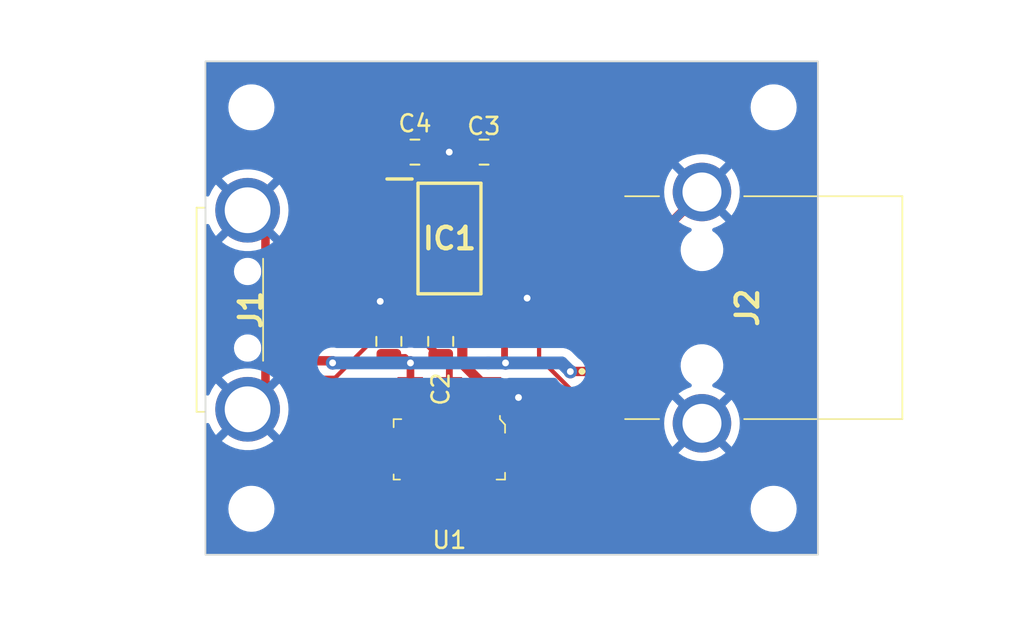
<source format=kicad_pcb>
(kicad_pcb (version 20221018) (generator pcbnew)
  (layers (0 "F.Cu" signal) (31 "B.Cu" signal) (34 "B.Paste" user) (35 "F.Paste" user) (36 "B.SilkS" user "B.Silkscreen") (37 "F.SilkS" user "F.Silkscreen") (38 "B.Mask" user) (39 "F.Mask" user) (44 "Edge.Cuts" user))
  (net 0 "")
  (net 1 "/V5")
  (net 2 "GND")
  (net 3 "/V3")
  (net 4 "/A1")
  (net 5 "/A2")
  (net 6 "/A3")
  (net 7 "/A4")
  (net 8 "/A5")
  (net 9 "/A6")
  (net 10 "/A7")
  (net 11 "/B7")
  (net 12 "/B6")
  (net 13 "/B5")
  (net 14 "/B4")
  (net 15 "/B3")
  (net 16 "/B2")
  (net 17 "/B1")
  (footprint "MountingHole:MountingHole_2.2mm_M2" (layer "F.Cu") (at 167.4 78.7)
    (fp_text reference "H2" hide)
    (fp_text value "MountingHole")
    (pad "" np_thru_hole circle (at 0 0) (size 2.2 2.2) (drill 2.2) (layers "*.Cu" "*.Mask"))
  )
  (footprint "digikey-footprints:SOT-223" (layer "F.Cu") (at 148.336 98.806 180)
    (fp_text reference "U1" (at 0 -5.334) (layer "F.SilkS"))
    (fp_text value "LD1117S33CTR")
    (fp_line (start -3.275 -1.775) (end -3.275 -1.375) (stroke (width 0.1)) (layer "F.SilkS"))
    (fp_line (start -3.275 0.975) (end -3.275 1.45) (stroke (width 0.1)) (layer "F.SilkS"))
    (fp_line (start -3.275 1.45) (end -2.975 1.775) (stroke (width 0.1)) (layer "F.SilkS"))
    (fp_line (start -2.975 1.775) (end -2.975 1.97) (stroke (width 0.1)) (layer "F.SilkS"))
    (fp_line (start -2.775 -1.775) (end -3.275 -1.775) (stroke (width 0.1)) (layer "F.SilkS"))
    (fp_line (start 2.9 -1.775) (end 3.275 -1.775) (stroke (width 0.1)) (layer "F.SilkS"))
    (fp_line (start 3.275 -1.775) (end 3.275 -1.475) (stroke (width 0.1)) (layer "F.SilkS"))
    (fp_line (start 3.275 1.3) (end 3.275 1.775) (stroke (width 0.1)) (layer "F.SilkS"))
    (fp_line (start 3.275 1.775) (end 2.825 1.775) (stroke (width 0.1)) (layer "F.SilkS"))
    (pad "1" smd rect (at -2.3 3.15 180) (size 1.5 2.2) (layers "F.Cu" "F.Paste" "F.Mask") (net 2 "GND"))
    (pad "2" smd rect (at 0 3.15 180) (size 1.5 2.2) (layers "F.Cu" "F.Paste" "F.Mask") (net 3 "/V3"))
    (pad "3" smd rect (at 2.3 3.15 180) (size 1.5 2.2) (layers "F.Cu" "F.Paste" "F.Mask") (net 1 "/V5"))
    (pad "4" smd rect (at 0 -3.15 180) (size 3.8 2.2) (layers "F.Cu" "F.Paste" "F.Mask") (net 3 "/V3"))
  )
  (footprint "Capacitor_SMD:C_0805_2012Metric" (layer "F.Cu") (at 146.312 81.332)
    (fp_text reference "C4" (at 0 -1.68) (layer "F.SilkS"))
    (fp_text value "C" hide)
    (fp_line (start -0.261252 -0.735) (end 0.261252 -0.735) (stroke (width 0.12)) (layer "F.SilkS"))
    (fp_line (start -0.261252 0.735) (end 0.261252 0.735) (stroke (width 0.12)) (layer "F.SilkS"))
    (pad "1" smd roundrect (at -0.95 0) (size 1 1.45) (layers "F.Cu" "F.Paste" "F.Mask") (net 3 "/V3"))
    (pad "2" smd roundrect (at 0.95 0) (size 1 1.45) (layers "F.Cu" "F.Paste" "F.Mask") (net 2 "GND"))
  )
  (footprint "Capacitor_SMD:C_0805_2012Metric" (layer "F.Cu") (at 150.376 81.332 180)
    (fp_text reference "C3" (at 0.014 1.524) (layer "F.SilkS"))
    (fp_text value "C" hide)
    (fp_line (start -0.261252 -0.735) (end 0.261252 -0.735) (stroke (width 0.12)) (layer "F.SilkS"))
    (fp_line (start -0.261252 0.735) (end 0.261252 0.735) (stroke (width 0.12)) (layer "F.SilkS"))
    (pad "1" smd roundrect (at -0.95 0 180) (size 1 1.45) (layers "F.Cu" "F.Paste" "F.Mask") (net 1 "/V5"))
    (pad "2" smd roundrect (at 0.95 0 180) (size 1 1.45) (layers "F.Cu" "F.Paste" "F.Mask") (net 2 "GND"))
  )
  (footprint "MountingHole:MountingHole_2.2mm_M2" (layer "F.Cu") (at 136.7 102.3)
    (fp_text reference "H3" hide)
    (fp_text value "MountingHole")
    (pad "" np_thru_hole circle (at 0 0) (size 2.2 2.2) (drill 2.2) (layers "*.Cu" "*.Mask"))
  )
  (footprint "Capacitor_SMD:C_0805_2012Metric" (layer "F.Cu") (at 147.828 92.456 90)
    (fp_text reference "C2" (at -2.808 0 90) (layer "F.SilkS"))
    (fp_text value "C" hide)
    (fp_line (start -0.261252 -0.735) (end 0.261252 -0.735) (stroke (width 0.12)) (layer "F.SilkS"))
    (fp_line (start -0.261252 0.735) (end 0.261252 0.735) (stroke (width 0.12)) (layer "F.SilkS"))
    (pad "1" smd roundrect (at -0.95 0 90) (size 1 1.45) (layers "F.Cu" "F.Paste" "F.Mask") (net 3 "/V3"))
    (pad "2" smd roundrect (at 0.95 0 90) (size 1 1.45) (layers "F.Cu" "F.Paste" "F.Mask") (net 2 "GND"))
  )
  (footprint "Capacitor_SMD:C_0805_2012Metric" (layer "F.Cu") (at 144.78 92.456 90)
    (fp_text reference "C1" hide)
    (fp_text value "C" hide)
    (fp_line (start -0.261252 -0.735) (end 0.261252 -0.735) (stroke (width 0.12)) (layer "F.SilkS"))
    (fp_line (start -0.261252 0.735) (end 0.261252 0.735) (stroke (width 0.12)) (layer "F.SilkS"))
    (pad "1" smd roundrect (at -0.95 0 90) (size 1 1.45) (layers "F.Cu" "F.Paste" "F.Mask") (net 1 "/V5"))
    (pad "2" smd roundrect (at 0.95 0 90) (size 1 1.45) (layers "F.Cu" "F.Paste" "F.Mask") (net 2 "GND"))
  )
  (footprint "MountingHole:MountingHole_2.2mm_M2" (layer "F.Cu") (at 167.4 102.3)
    (fp_text reference "H4" hide)
    (fp_text value "MountingHole")
    (pad "" np_thru_hole circle (at 0 0) (size 2.2 2.2) (drill 2.2) (layers "*.Cu" "*.Mask"))
  )
  (footprint "mouser:692112030100" (layer "F.Cu") (at 136.652 90.6 -90)
    (fp_text reference "J1" (at 0 0 -90) (layer "F.SilkS") (effects (font (size 1.27 1.27) (thickness 0.254))))
    (fp_text value "USB Plug" hide)
    (fp_line (start -6 2.715) (end -6 3.175) (stroke (width 0.1)) (layer "F.SilkS"))
    (fp_line (start -6 3.175) (end 6 3.175) (stroke (width 0.1)) (layer "F.SilkS"))
    (fp_line (start -3 -0.735) (end 3 -0.735) (stroke (width 0.1)) (layer "F.SilkS"))
    (fp_line (start 6 3.175) (end 6 2.715) (stroke (width 0.1)) (layer "F.SilkS"))
    (pad "" np_thru_hole circle (at -2.25 0.175 270) (size 0.001 0.001) (drill 1.1) (layers "*.Cu" "*.Mask"))
    (pad "" np_thru_hole circle (at 2.25 0.175 270) (size 0.001 0.001) (drill 1.1) (layers "*.Cu" "*.Mask"))
    (pad "1" smd rect (at 3 -2.275 270) (size 0.7 1.8) (layers "F.Cu" "F.Paste" "F.Mask") (net 1 "/V5"))
    (pad "2" smd rect (at 1 -2.275 270) (size 0.7 1.8) (layers "F.Cu" "F.Paste" "F.Mask") (net 6 "/A3"))
    (pad "3" smd rect (at -1 -2.275 270) (size 0.7 1.8) (layers "F.Cu" "F.Paste" "F.Mask") (net 8 "/A5"))
    (pad "4" smd rect (at -3 -2.275 270) (size 0.7 1.8) (layers "F.Cu" "F.Paste" "F.Mask") (net 2 "GND"))
    (pad "5" smd rect (at -4 -2.275 270) (size 0.7 1.8) (layers "F.Cu" "F.Paste" "F.Mask") (net 10 "/A7"))
    (pad "6" smd rect (at -2 -2.275 270) (size 0.7 1.8) (layers "F.Cu" "F.Paste" "F.Mask") (net 9 "/A6"))
    (pad "7" smd rect (at 0 -2.275 270) (size 0.7 1.8) (layers "F.Cu" "F.Paste" "F.Mask") (net 7 "/A4"))
    (pad "8" smd rect (at 2 -2.275 270) (size 0.7 1.8) (layers "F.Cu" "F.Paste" "F.Mask") (net 5 "/A2"))
    (pad "9" smd rect (at 4 -2.275 270) (size 0.7 1.8) (layers "F.Cu" "F.Paste" "F.Mask") (net 4 "/A1"))
    (pad "10" thru_hole circle (at -5.85 0.175 270) (size 3.8 3.8) (drill 2.6926) (layers "*.Cu" "*.Mask") (net 2 "GND"))
    (pad "11" thru_hole circle (at 5.85 0.175 270) (size 3.8 3.8) (drill 2.6926) (layers "*.Cu" "*.Mask") (net 2 "GND"))
  )
  (footprint "MountingHole:MountingHole_2.2mm_M2" (layer "F.Cu") (at 136.7 78.7)
    (fp_text reference "H1" hide)
    (fp_text value "MountingHole")
    (pad "" np_thru_hole circle (at 0 0) (size 2.2 2.2) (drill 2.2) (layers "*.Cu" "*.Mask"))
  )
  (footprint "mouser:692122030100" (layer "F.Cu") (at 163.1865 90.476 90)
    (fp_text reference "J2" (at 0 2.669 90) (layer "F.SilkS") (effects (font (size 1.27 1.27) (thickness 0.254))))
    (fp_text value "USB Recept" hide)
    (fp_line (start -6.55 -4.52) (end -6.55 -2.52) (stroke (width 0.1)) (layer "F.SilkS"))
    (fp_line (start -6.55 2.479) (end -6.55 11.78) (stroke (width 0.1)) (layer "F.SilkS"))
    (fp_line (start -6.55 11.78) (end 6.55 11.78) (stroke (width 0.1)) (layer "F.SilkS"))
    (fp_line (start -3.75 -7.153) (end -3.75 -7.153) (stroke (width 0.2)) (layer "F.SilkS"))
    (fp_line (start -3.75 -6.953) (end -3.75 -6.953) (stroke (width 0.2)) (layer "F.SilkS"))
    (fp_line (start 6.55 -4.52) (end 6.55 -2.52) (stroke (width 0.1)) (layer "F.SilkS"))
    (fp_line (start 6.55 11.78) (end 6.55 2.479) (stroke (width 0.1)) (layer "F.SilkS"))
    (fp_arc (start -3.75 -7.153) (mid -3.65 -7.053) (end -3.75 -6.953) (stroke (width 0.2)) (layer "F.SilkS"))
    (fp_arc (start -3.75 -6.953) (mid -3.85 -7.053) (end -3.75 -7.153) (stroke (width 0.2)) (layer "F.SilkS"))
    (pad "" np_thru_hole circle (at -3.4 0 90) (size 0.001 0.001) (drill 2) (layers "*.Cu" "*.Mask"))
    (pad "" np_thru_hole circle (at 3.4 0 90) (size 0.001 0.001) (drill 2) (layers "*.Cu" "*.Mask"))
    (pad "1" smd rect (at -3.75 -5.22 90) (size 0.9 2.6) (layers "F.Cu" "F.Paste" "F.Mask") (net 1 "/V5"))
    (pad "2" smd rect (at -1.25 -5.22 90) (size 0.9 2.6) (layers "F.Cu" "F.Paste" "F.Mask") (net 15 "/B3"))
    (pad "3" smd rect (at 1.25 -5.22 90) (size 0.9 2.6) (layers "F.Cu" "F.Paste" "F.Mask") (net 13 "/B5"))
    (pad "4" smd rect (at 3.75 -5.22 90) (size 0.9 2.6) (layers "F.Cu" "F.Paste" "F.Mask") (net 2 "GND"))
    (pad "5" smd rect (at 5 -5.445 90) (size 0.9 2.15) (layers "F.Cu" "F.Paste" "F.Mask") (net 11 "/B7"))
    (pad "6" smd rect (at 2.5 -5.445 90) (size 0.9 2.15) (layers "F.Cu" "F.Paste" "F.Mask") (net 12 "/B6"))
    (pad "7" smd rect (at 0 -5.445 90) (size 0.9 2.15) (layers "F.Cu" "F.Paste" "F.Mask") (net 14 "/B4"))
    (pad "8" smd rect (at -2.5 -5.445 90) (size 0.9 2.15) (layers "F.Cu" "F.Paste" "F.Mask") (net 16 "/B2"))
    (pad "9" smd rect (at -5 -5.445 90) (size 0.9 2.15) (layers "F.Cu" "F.Paste" "F.Mask") (net 17 "/B1"))
    (pad "MH1" thru_hole circle (at -6.8 0 90) (size 3.438 3.438) (drill 2.2922) (layers "*.Cu" "*.Mask") (net 2 "GND"))
    (pad "MH2" thru_hole circle (at 6.8 0 90) (size 3.438 3.438) (drill 2.2922) (layers "*.Cu" "*.Mask") (net 2 "GND"))
  )
  (footprint "mouser:SOP65P640X120-20N" (layer "F.Cu") (at 148.344 86.412)
    (fp_text reference "IC1" (at 0 0) (layer "F.SilkS") (effects (font (size 1.27 1.27) (thickness 0.254))))
    (fp_text value "TXS0108EPWR" hide)
    (fp_line (start -3.675 -3.5) (end -2.2 -3.5) (stroke (width 0.2)) (layer "F.SilkS"))
    (fp_line (start -1.85 -3.25) (end 1.85 -3.25) (stroke (width 0.2)) (layer "F.SilkS"))
    (fp_line (start -1.85 3.25) (end -1.85 -3.25) (stroke (width 0.2)) (layer "F.SilkS"))
    (fp_line (start 1.85 -3.25) (end 1.85 3.25) (stroke (width 0.2)) (layer "F.SilkS"))
    (fp_line (start 1.85 3.25) (end -1.85 3.25) (stroke (width 0.2)) (layer "F.SilkS"))
    (pad "1" smd rect (at -2.938 -2.925 90) (size 0.45 1.475) (layers "F.Cu" "F.Paste" "F.Mask") (net 10 "/A7"))
    (pad "2" smd rect (at -2.938 -2.275 90) (size 0.45 1.475) (layers "F.Cu" "F.Paste" "F.Mask") (net 3 "/V3"))
    (pad "3" smd rect (at -2.938 -1.625 90) (size 0.45 1.475) (layers "F.Cu" "F.Paste" "F.Mask") (net 9 "/A6"))
    (pad "4" smd rect (at -2.938 -0.975 90) (size 0.45 1.475) (layers "F.Cu" "F.Paste" "F.Mask") (net 8 "/A5"))
    (pad "5" smd rect (at -2.938 -0.325 90) (size 0.45 1.475) (layers "F.Cu" "F.Paste" "F.Mask") (net 7 "/A4"))
    (pad "6" smd rect (at -2.938 0.325 90) (size 0.45 1.475) (layers "F.Cu" "F.Paste" "F.Mask") (net 6 "/A3"))
    (pad "7" smd rect (at -2.938 0.975 90) (size 0.45 1.475) (layers "F.Cu" "F.Paste" "F.Mask") (net 5 "/A2"))
    (pad "8" smd rect (at -2.938 1.625 90) (size 0.45 1.475) (layers "F.Cu" "F.Paste" "F.Mask") (net 4 "/A1"))
    (pad "9" smd rect (at -2.938 2.275 90) (size 0.45 1.475) (layers "F.Cu" "F.Paste" "F.Mask") (net 2 "GND"))
    (pad "10" smd rect (at -2.938 2.925 90) (size 0.45 1.475) (layers "F.Cu" "F.Paste" "F.Mask") (net 3 "/V3"))
    (pad "11" smd rect (at 2.938 2.925 90) (size 0.45 1.475) (layers "F.Cu" "F.Paste" "F.Mask") (net 2 "GND"))
    (pad "12" smd rect (at 2.938 2.275 90) (size 0.45 1.475) (layers "F.Cu" "F.Paste" "F.Mask") (net 2 "GND"))
    (pad "13" smd rect (at 2.938 1.625 90) (size 0.45 1.475) (layers "F.Cu" "F.Paste" "F.Mask") (net 17 "/B1"))
    (pad "14" smd rect (at 2.938 0.975 90) (size 0.45 1.475) (layers "F.Cu" "F.Paste" "F.Mask") (net 16 "/B2"))
    (pad "15" smd rect (at 2.938 0.325 90) (size 0.45 1.475) (layers "F.Cu" "F.Paste" "F.Mask") (net 15 "/B3"))
    (pad "16" smd rect (at 2.938 -0.325 90) (size 0.45 1.475) (layers "F.Cu" "F.Paste" "F.Mask") (net 14 "/B4"))
    (pad "17" smd rect (at 2.938 -0.975 90) (size 0.45 1.475) (layers "F.Cu" "F.Paste" "F.Mask") (net 13 "/B5"))
    (pad "18" smd rect (at 2.938 -1.625 90) (size 0.45 1.475) (layers "F.Cu" "F.Paste" "F.Mask") (net 12 "/B6"))
    (pad "19" smd rect (at 2.938 -2.275 90) (size 0.45 1.475) (layers "F.Cu" "F.Paste" "F.Mask") (net 1 "/V5"))
    (pad "20" smd rect (at 2.938 -2.925 90) (size 0.45 1.475) (layers "F.Cu" "F.Paste" "F.Mask") (net 11 "/B7"))
  )
  (gr_rect (start 134 76) (end 170 105) (stroke (width 0.1)) (fill none) (layer "Edge.Cuts"))
  (segment (start 150.351 84.137) (end 151.282 84.137) (width 0.4) (layer "F.Cu") (net 1))
  (segment (start 151.58 91.492) (end 150.114 90.026) (width 0.4) (layer "F.Cu") (net 1))
  (segment (start 150.114 82.544) (end 150.114 83.9) (width 0.4) (layer "F.Cu") (net 1))
  (segment (start 145.730002 93.406) (end 146.050002 93.726) (width 0.4) (layer "F.Cu") (net 1))
  (segment (start 146.036 95.656) (end 146.036 94.728) (width 0.25) (layer "F.Cu") (net 1))
  (segment (start 151.58 93.668) (end 151.58 91.492) (width 0.4) (layer "F.Cu") (net 1))
  (segment (start 150.114 84.374) (end 150.351 84.137) (width 0.4) (layer "F.Cu") (net 1))
  (segment (start 146.05 94.714) (end 146.05 93.726) (width 0.45) (layer "F.Cu") (net 1))
  (segment (start 150.114 90.026) (end 150.114 84.374) (width 0.4) (layer "F.Cu") (net 1))
  (segment (start 138.927 93.6) (end 141.352 93.6) (width 0.55) (layer "F.Cu") (net 1))
  (segment (start 151.638 93.726) (end 151.58 93.668) (width 0.25) (layer "F.Cu") (net 1))
  (segment (start 150.114 83.9) (end 150.2195 84.0055) (width 0.4) (layer "F.Cu") (net 1))
  (segment (start 141.352 93.6) (end 141.474054 93.722054) (width 0.25) (layer "F.Cu") (net 1))
  (segment (start 151.326 81.332) (end 150.114 82.544) (width 0.4) (layer "F.Cu") (net 1))
  (segment (start 157.9665 94.226) (end 155.456 94.226) (width 0.55) (layer "F.Cu") (net 1))
  (segment (start 155.456 94.226) (end 155.448 94.234) (width 0.25) (layer "F.Cu") (net 1))
  (segment (start 144.78 93.406) (end 145.730002 93.406) (width 0.4) (layer "F.Cu") (net 1))
  (segment (start 150.2195 84.0055) (end 150.351 84.137) (width 0.25) (layer "F.Cu") (net 1))
  (segment (start 146.036 94.728) (end 146.05 94.714) (width 0.45) (layer "F.Cu") (net 1))
  (via (at 141.474054 93.722054) (size 0.8) (drill 0.4) (layers "F.Cu" "B.Cu") (net 1))
  (via (at 151.638 93.726) (size 0.8) (drill 0.4) (layers "F.Cu" "B.Cu") (net 1))
  (via (at 155.448 94.234) (size 0.8) (drill 0.4) (layers "F.Cu" "B.Cu") (net 1))
  (via (at 146.050002 93.726) (size 0.8) (drill 0.4) (layers "F.Cu" "B.Cu") (net 1))
  (segment (start 151.638 93.726) (end 154.94 93.726) (width 0.75) (layer "B.Cu") (net 1))
  (segment (start 150.622 93.726) (end 151.638 93.726) (width 0.75) (layer "B.Cu") (net 1))
  (segment (start 154.94 93.726) (end 155.448 94.234) (width 0.75) (layer "B.Cu") (net 1))
  (segment (start 141.478 93.726) (end 141.474054 93.722054) (width 0.75) (layer "B.Cu") (net 1))
  (segment (start 150.622 93.726) (end 141.478 93.726) (width 0.75) (layer "B.Cu") (net 1))
  (segment (start 148.336 82.804) (end 148.336 81.338) (width 0.6) (layer "F.Cu") (net 2))
  (segment (start 152.298 95.656) (end 152.4 95.758) (width 0.25) (layer "F.Cu") (net 2))
  (segment (start 148.33 81.332) (end 147.262 81.332) (width 0.25) (layer "F.Cu") (net 2))
  (segment (start 149.098 91.186) (end 149.098 93.768) (width 0.6) (layer "F.Cu") (net 2))
  (segment (start 152.329 89.337) (end 152.908 89.916) (width 0.25) (layer "F.Cu") (net 2))
  (segment (start 137.154 95.81) (end 137.117 95.81) (width 0.25) (layer "F.Cu") (net 2))
  (segment (start 150.636 95.306) (end 150.636 95.656) (width 0.25) (layer "F.Cu") (net 2))
  (segment (start 148.336 81.338) (end 148.33 81.332) (width 0.6) (layer "F.Cu") (net 2))
  (segment (start 144.78 91.506) (end 144.78 90.614548) (width 0.4) (layer "F.Cu") (net 2))
  (segment (start 150.636 95.456) (end 150.636 95.656) (width 0.25) (layer "F.Cu") (net 2))
  (segment (start 149.098 83.566) (end 149.098 91.186) (width 0.6) (layer "F.Cu") (net 2))
  (segment (start 138.927 87.6) (end 137.557 87.6) (width 0.5) (layer "F.Cu") (net 2))
  (segment (start 144.3435 88.95619) (end 144.3435 90.035098) (width 0.25) (layer "F.Cu") (net 2))
  (segment (start 150.636 95.656) (end 152.298 95.656) (width 0.5) (layer "F.Cu") (net 2))
  (segment (start 151.282 89.337) (end 152.329 89.337) (width 0.25) (layer "F.Cu") (net 2))
  (segment (start 137.402 95.525) (end 136.477 96.45) (width 0.25) (layer "F.Cu") (net 2))
  (segment (start 137.117 95.81) (end 136.477 96.45) (width 0.25) (layer "F.Cu") (net 2))
  (segment (start 160.1365 86.726) (end 163.1865 83.676) (width 0.55) (layer "F.Cu") (net 2))
  (segment (start 144.78 90.614548) (end 144.272025 90.106573) (width 0.4) (layer "F.Cu") (net 2))
  (segment (start 144.61269 88.687) (end 144.3435 88.95619) (width 0.25) (layer "F.Cu") (net 2))
  (segment (start 157.9665 86.726) (end 160.1365 86.726) (width 0.55) (layer "F.Cu") (net 2))
  (segment (start 151.282 88.687) (end 151.282 89.337) (width 0.25) (layer "F.Cu") (net 2))
  (segment (start 148.336 82.804) (end 149.098 83.566) (width 0.6) (layer "F.Cu") (net 2))
  (segment (start 145.406 88.687) (end 144.61269 88.687) (width 0.25) (layer "F.Cu") (net 2))
  (segment (start 137.402 95.525) (end 137.527 95.4) (width 0.5) (layer "F.Cu") (net 2))
  (segment (start 144.3435 90.035098) (end 144.272025 90.106573) (width 0.25) (layer "F.Cu") (net 2))
  (segment (start 137.402 85.675) (end 137.527 85.8) (width 0.5) (layer "F.Cu") (net 2))
  (segment (start 148.33 81.332) (end 149.426 81.332) (width 0.25) (layer "F.Cu") (net 2))
  (segment (start 147.828 91.506) (end 148.778 91.506) (width 0.4) (layer "F.Cu") (net 2))
  (segment (start 137.527 95.4) (end 137.527 90.029) (width 0.5) (layer "F.Cu") (net 2))
  (segment (start 149.098 93.768) (end 150.636 95.306) (width 0.6) (layer "F.Cu") (net 2))
  (segment (start 136.477 84.75) (end 137.402 85.675) (width 0.25) (layer "F.Cu") (net 2))
  (segment (start 137.527 85.8) (end 137.527 90.424) (width 0.5) (layer "F.Cu") (net 2))
  (via (at 152.4 95.758) (size 0.8) (drill 0.4) (layers "F.Cu" "B.Cu") (net 2))
  (via (at 148.33 81.332) (size 0.8) (drill 0.4) (layers "F.Cu" "B.Cu") (net 2))
  (via (at 152.908 89.916) (size 0.8) (drill 0.4) (layers "F.Cu" "B.Cu") (net 2))
  (via (at 144.272025 90.106573) (size 0.8) (drill 0.4) (layers "F.Cu" "B.Cu") (net 2))
  (segment (start 146.4685 82.862) (end 146.5435 82.937) (width 0.4) (layer "F.Cu") (net 3))
  (segment (start 147.828 93.406) (end 148.082 93.406) (width 0.25) (layer "F.Cu") (net 3))
  (segment (start 146.421 89.337) (end 146.421 91.999) (width 0.4) (layer "F.Cu") (net 3))
  (segment (start 146.4685 82.4385) (end 146.4685 82.862) (width 0.4) (layer "F.Cu") (net 3))
  (segment (start 148.082 93.406) (end 148.336 93.66) (width 0.25) (layer "F.Cu") (net 3))
  (segment (start 148.336 93.66) (end 148.336 95.656) (width 0.4) (layer "F.Cu") (net 3))
  (segment (start 146.309 84.137) (end 145.406 84.137) (width 0.4) (layer "F.Cu") (net 3))
  (segment (start 146.4685 84.2095) (end 146.396 84.137) (width 0.25) (layer "F.Cu") (net 3))
  (segment (start 145.362 81.332) (end 146.4685 82.4385) (width 0.4) (layer "F.Cu") (net 3))
  (segment (start 148.336 95.656) (end 148.336 101.956) (width 0.4) (layer "F.Cu") (net 3))
  (segment (start 146.421 89.337) (end 146.812 88.946) (width 0.4) (layer "F.Cu") (net 3))
  (segment (start 145.406 89.337) (end 146.421 89.337) (width 0.25) (layer "F.Cu") (net 3))
  (segment (start 146.812 84.64) (end 146.309 84.137) (width 0.4) (layer "F.Cu") (net 3))
  (segment (start 146.5435 84.1345) (end 146.4685 84.2095) (width 0.4) (layer "F.Cu") (net 3))
  (segment (start 146.812 88.946) (end 146.812 84.64) (width 0.4) (layer "F.Cu") (net 3))
  (segment (start 146.5435 82.937) (end 146.5435 84.1345) (width 0.4) (layer "F.Cu") (net 3))
  (segment (start 146.396 84.137) (end 145.406 84.137) (width 0.25) (layer "F.Cu") (net 3))
  (segment (start 146.421 91.999) (end 147.828 93.406) (width 0.4) (layer "F.Cu") (net 3))
  (segment (start 141.620707 94.6) (end 143.547025 92.673682) (width 0.25) (layer "F.Cu") (net 4))
  (segment (start 138.927 94.6) (end 141.620707 94.6) (width 0.25) (layer "F.Cu") (net 4))
  (segment (start 144.4185 88.037) (end 145.406 88.037) (width 0.25) (layer "F.Cu") (net 4))
  (segment (start 143.547025 92.673682) (end 143.547025 89.626355) (width 0.25) (layer "F.Cu") (net 4))
  (segment (start 143.547025 89.626355) (end 143.647002 89.526378) (width 0.25) (layer "F.Cu") (net 4))
  (segment (start 143.647002 89.526378) (end 143.647002 88.808498) (width 0.25) (layer "F.Cu") (net 4))
  (segment (start 143.647002 88.808498) (end 144.4185 88.037) (width 0.25) (layer "F.Cu") (net 4))
  (segment (start 138.927 92.6) (end 140.17869 92.6) (width 0.25) (layer "F.Cu") (net 5))
  (segment (start 145.306 87.487) (end 145.406 87.387) (width 0.25) (layer "F.Cu") (net 5))
  (segment (start 144.3435 87.487) (end 145.306 87.487) (width 0.25) (layer "F.Cu") (net 5))
  (segment (start 143.197002 89.339982) (end 143.197002 88.622102) (width 0.25) (layer "F.Cu") (net 5))
  (segment (start 144.2435 87.587) (end 144.3435 87.487) (width 0.25) (layer "F.Cu") (net 5))
  (segment (start 143.097025 89.439959) (end 143.197002 89.339982) (width 0.25) (layer "F.Cu") (net 5))
  (segment (start 140.17869 92.6) (end 143.097025 89.681665) (width 0.25) (layer "F.Cu") (net 5))
  (segment (start 143.097025 89.681665) (end 143.097025 89.439959) (width 0.25) (layer "F.Cu") (net 5))
  (segment (start 143.197002 88.622102) (end 144.232104 87.587) (width 0.25) (layer "F.Cu") (net 5))
  (segment (start 144.232104 87.587) (end 144.2435 87.587) (width 0.25) (layer "F.Cu") (net 5))
  (segment (start 144.4185 86.737) (end 145.406 86.737) (width 0.25) (layer "F.Cu") (net 6))
  (segment (start 140.301294 91.6) (end 142.747501 89.153793) (width 0.25) (layer "F.Cu") (net 6))
  (segment (start 142.747501 88.407999) (end 144.4185 86.737) (width 0.25) (layer "F.Cu") (net 6))
  (segment (start 142.747501 89.153793) (end 142.747501 88.407999) (width 0.25) (layer "F.Cu") (net 6))
  (segment (start 138.927 91.6) (end 140.301294 91.6) (width 0.25) (layer "F.Cu") (net 6))
  (segment (start 144.4185 86.087) (end 145.406 86.087) (width 0.25) (layer "F.Cu") (net 7))
  (segment (start 140.41231 90.6) (end 142.298 88.71431) (width 0.25) (layer "F.Cu") (net 7))
  (segment (start 142.298 88.2075) (end 144.4185 86.087) (width 0.25) (layer "F.Cu") (net 7))
  (segment (start 142.298 88.71431) (end 142.298 88.2075) (width 0.25) (layer "F.Cu") (net 7))
  (segment (start 138.927 90.6) (end 140.41231 90.6) (width 0.25) (layer "F.Cu") (net 7))
  (segment (start 138.927 89.6) (end 140.2555 89.6) (width 0.25) (layer "F.Cu") (net 8))
  (segment (start 144.4185 85.437) (end 145.406 85.437) (width 0.25) (layer "F.Cu") (net 8))
  (segment (start 140.2555 89.6) (end 144.4185 85.437) (width 0.25) (layer "F.Cu") (net 8))
  (segment (start 144.4185 84.787) (end 145.406 84.787) (width 0.25) (layer "F.Cu") (net 9))
  (segment (start 140.6055 88.6) (end 144.4185 84.787) (width 0.25) (layer "F.Cu") (net 9))
  (segment (start 138.927 88.6) (end 140.6055 88.6) (width 0.25) (layer "F.Cu") (net 9))
  (segment (start 138.927 86.6) (end 139.604 86.6) (width 0.25) (layer "F.Cu") (net 10))
  (segment (start 142.717 83.487) (end 145.406 83.487) (width 0.25) (layer "F.Cu") (net 10))
  (segment (start 139.604 86.6) (end 142.717 83.487) (width 0.25) (layer "F.Cu") (net 10))
  (segment (start 151.282 83.487) (end 155.7525 83.487) (width 0.25) (layer "F.Cu") (net 11))
  (segment (start 155.7525 83.487) (end 157.7415 85.476) (width 0.25) (layer "F.Cu") (net 11))
  (segment (start 153.6275 84.787) (end 156.8165 87.976) (width 0.25) (layer "F.Cu") (net 12))
  (segment (start 151.282 84.787) (end 153.6275 84.787) (width 0.25) (layer "F.Cu") (net 12))
  (segment (start 156.8165 87.976) (end 157.7415 87.976) (width 0.25) (layer "F.Cu") (net 12))
  (segment (start 151.282 85.437) (end 153.0275 85.437) (width 0.25) (layer "F.Cu") (net 13))
  (segment (start 153.0275 85.437) (end 156.8165 89.226) (width 0.25) (layer "F.Cu") (net 13))
  (segment (start 156.8165 89.226) (end 157.9665 89.226) (width 0.25) (layer "F.Cu") (net 13))
  (segment (start 152.2695 86.087) (end 156.6585 90.476) (width 0.25) (layer "F.Cu") (net 14))
  (segment (start 151.282 86.087) (end 152.2695 86.087) (width 0.25) (layer "F.Cu") (net 14))
  (segment (start 156.6585 90.476) (end 157.7415 90.476) (width 0.25) (layer "F.Cu") (net 14))
  (segment (start 152.2695 86.737) (end 156.3415 90.809) (width 0.25) (layer "F.Cu") (net 15))
  (segment (start 156.3415 91.651) (end 156.4165 91.726) (width 0.25) (layer "F.Cu") (net 15))
  (segment (start 156.4165 91.726) (end 157.9665 91.726) (width 0.25) (layer "F.Cu") (net 15))
  (segment (start 156.3415 90.809) (end 156.3415 91.651) (width 0.25) (layer "F.Cu") (net 15))
  (segment (start 151.282 86.737) (end 152.2695 86.737) (width 0.25) (layer "F.Cu") (net 15))
  (segment (start 151.282 87.387) (end 152.2695 87.387) (width 0.25) (layer "F.Cu") (net 16))
  (segment (start 154.315002 90.874502) (end 156.4165 92.976) (width 0.25) (layer "F.Cu") (net 16))
  (segment (start 156.4165 92.976) (end 157.7415 92.976) (width 0.25) (layer "F.Cu") (net 16))
  (segment (start 154.315002 89.432502) (end 154.315002 90.874502) (width 0.25) (layer "F.Cu") (net 16))
  (segment (start 152.2695 87.387) (end 154.315002 89.432502) (width 0.25) (layer "F.Cu") (net 16))
  (segment (start 151.282 88.037) (end 152.2695 88.037) (width 0.25) (layer "F.Cu") (net 17))
  (segment (start 153.611501 93.422806) (end 155.664695 95.476) (width 0.25) (layer "F.Cu") (net 17))
  (segment (start 155.664695 95.476) (end 157.7415 95.476) (width 0.25) (layer "F.Cu") (net 17))
  (segment (start 153.865501 89.633001) (end 153.865501 90.610189) (width 0.25) (layer "F.Cu") (net 17))
  (segment (start 152.2695 88.037) (end 153.865501 89.633001) (width 0.25) (layer "F.Cu") (net 17))
  (segment (start 153.611501 90.864189) (end 153.611501 93.422806) (width 0.25) (layer "F.Cu") (net 17))
  (segment (start 153.865501 90.610189) (end 153.611501 90.864189) (width 0.25) (layer "F.Cu") (net 17))
  (zone (net 2) (net_name "GND") (layer "B.Cu") (connect_pads (clearance 0.5)) (min_thickness 0.25) (fill yes (thermal_gap 0.5) (thermal_bridge_width 0.5) (island_removal_mode 1) (island_area_min 10))
    (polygon (pts (xy 123.19 72.39) (xy 182.118 72.39) (xy 182.118 109.728) (xy 121.92 109.728) (xy 121.92 73.66)))
  )
)
</source>
